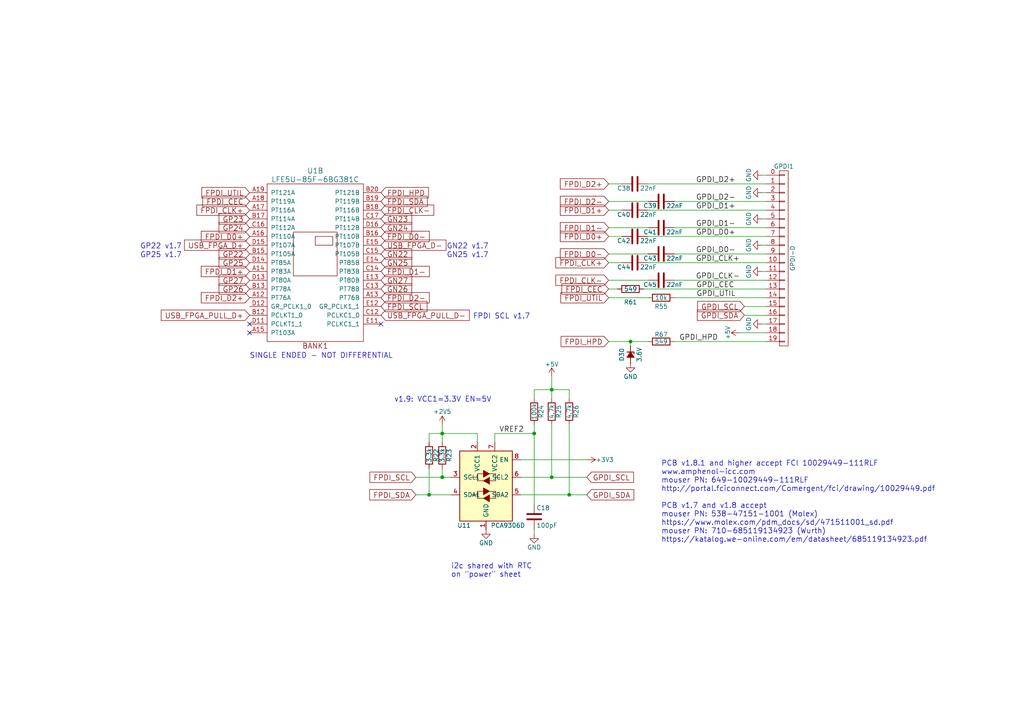
<source format=kicad_sch>
(kicad_sch (version 20211123) (generator eeschema)
  (paper "A4")
  (title_block (title "ULX3S") (date "2023-01-19") (rev "3.1.8") (company "EMARD") (comment 1 "General Purpose Differential Interface") (comment 2 "Digital Video and Ethernet"))
  (junction (at 182.88 99.06))
  (junction (at 154.94 125.73))
  (junction (at 160.02 138.43))
  (junction (at 165.1 143.51))
  (junction (at 160.02 113.03))
  (junction (at 128.27 138.43))
  (junction (at 128.27 125.73))
  (junction (at 124.46 143.51))
  (no_connect (at 110.49 93.98))
  (no_connect (at 72.39 96.52))
  (no_connect (at 72.39 93.98))
  (wire (pts (xy 154.94 123.19) (xy 154.94 125.73)))
  (wire (pts (xy 222.25 53.34) (xy 187.96 53.34)))
  (wire (pts (xy 222.25 81.28) (xy 195.58 81.28)))
  (wire (pts (xy 128.27 138.43) (xy 130.81 138.43)))
  (wire (pts (xy 179.07 83.82) (xy 176.53 83.82)))
  (wire (pts (xy 180.34 60.96) (xy 176.53 60.96)))
  (wire (pts (xy 151.13 138.43) (xy 160.02 138.43)))
  (wire (pts (xy 222.25 91.44) (xy 215.9 91.44)))
  (wire (pts (xy 143.51 125.73) (xy 143.51 128.27)))
  (wire (pts (xy 151.13 143.51) (xy 165.1 143.51)))
  (wire (pts (xy 222.25 88.9) (xy 215.9 88.9)))
  (wire (pts (xy 180.34 53.34) (xy 176.53 53.34)))
  (wire (pts (xy 186.69 83.82) (xy 222.25 83.82)))
  (wire (pts (xy 222.25 68.58) (xy 187.96 68.58)))
  (wire (pts (xy 124.46 135.89) (xy 124.46 143.51)))
  (wire (pts (xy 187.96 73.66) (xy 176.53 73.66)))
  (wire (pts (xy 222.25 71.12) (xy 220.98 71.12)))
  (wire (pts (xy 180.34 68.58) (xy 176.53 68.58)))
  (wire (pts (xy 222.25 58.42) (xy 195.58 58.42)))
  (wire (pts (xy 187.96 86.36) (xy 176.53 86.36)))
  (wire (pts (xy 222.25 55.88) (xy 220.98 55.88)))
  (wire (pts (xy 128.27 138.43) (xy 128.27 135.89)))
  (wire (pts (xy 165.1 143.51) (xy 165.1 123.19)))
  (wire (pts (xy 124.46 143.51) (xy 130.81 143.51)))
  (wire (pts (xy 154.94 115.57) (xy 154.94 113.03)))
  (wire (pts (xy 138.43 125.73) (xy 138.43 128.27)))
  (wire (pts (xy 151.13 133.35) (xy 170.18 133.35)))
  (wire (pts (xy 222.25 60.96) (xy 187.96 60.96)))
  (wire (pts (xy 160.02 109.22) (xy 160.02 113.03)))
  (wire (pts (xy 154.94 113.03) (xy 160.02 113.03)))
  (wire (pts (xy 128.27 123.19) (xy 128.27 125.73)))
  (wire (pts (xy 222.25 96.52) (xy 214.63 96.52)))
  (wire (pts (xy 222.25 73.66) (xy 195.58 73.66)))
  (wire (pts (xy 154.94 125.73) (xy 154.94 146.05)))
  (wire (pts (xy 222.25 93.98) (xy 220.98 93.98)))
  (wire (pts (xy 180.34 76.2) (xy 176.53 76.2)))
  (wire (pts (xy 120.65 138.43) (xy 128.27 138.43)))
  (wire (pts (xy 195.58 99.06) (xy 222.25 99.06)))
  (wire (pts (xy 165.1 113.03) (xy 165.1 115.57)))
  (wire (pts (xy 222.25 66.04) (xy 195.58 66.04)))
  (wire (pts (xy 160.02 113.03) (xy 160.02 115.57)))
  (wire (pts (xy 128.27 125.73) (xy 138.43 125.73)))
  (wire (pts (xy 222.25 63.5) (xy 220.98 63.5)))
  (wire (pts (xy 222.25 76.2) (xy 187.96 76.2)))
  (wire (pts (xy 160.02 113.03) (xy 165.1 113.03)))
  (wire (pts (xy 222.25 78.74) (xy 220.98 78.74)))
  (wire (pts (xy 120.65 143.51) (xy 124.46 143.51)))
  (wire (pts (xy 187.96 81.28) (xy 176.53 81.28)))
  (wire (pts (xy 154.94 153.67) (xy 154.94 154.94)))
  (wire (pts (xy 222.25 50.8) (xy 220.98 50.8)))
  (wire (pts (xy 160.02 138.43) (xy 170.18 138.43)))
  (wire (pts (xy 124.46 125.73) (xy 128.27 125.73)))
  (wire (pts (xy 182.88 99.06) (xy 176.53 99.06)))
  (wire (pts (xy 222.25 86.36) (xy 195.58 86.36)))
  (wire (pts (xy 187.96 66.04) (xy 176.53 66.04)))
  (wire (pts (xy 124.46 128.27) (xy 124.46 125.73)))
  (wire (pts (xy 160.02 138.43) (xy 160.02 123.19)))
  (wire (pts (xy 143.51 125.73) (xy 154.94 125.73)))
  (wire (pts (xy 187.96 99.06) (xy 182.88 99.06)))
  (wire (pts (xy 182.88 99.06) (xy 182.88 100.33)))
  (wire (pts (xy 128.27 125.73) (xy 128.27 128.27)))
  (wire (pts (xy 165.1 143.51) (xy 170.18 143.51)))
  (wire (pts (xy 187.96 58.42) (xy 176.53 58.42)))
  (text "v1.9: VCC1=3.3V EN=5V" (at 114.3 116.84 0) (effects (font (size 1.524 1.524)) (justify left bottom)))
  (text "GN25 v1.7" (at 129.54 74.93 0) (effects (font (size 1.524 1.524)) (justify left bottom)))
  (text "GN22 v1.7" (at 129.54 72.39 0) (effects (font (size 1.524 1.524)) (justify left bottom)))
  (text "FPDI SCL v1.7" (at 137.16 92.71 0) (effects (font (size 1.524 1.524)) (justify left bottom)))
  (text "SINGLE ENDED - NOT DIFFERENTIAL" (at 72.39 104.14 0) (effects (font (size 1.524 1.524)) (justify left bottom)))
  (text "GP22 v1.7" (at 40.64 72.39 0) (effects (font (size 1.524 1.524)) (justify left bottom)))
  (text "i2c shared with RTC\non \"power\" sheet" (at 130.81 167.64 0) (effects (font (size 1.524 1.524)) (justify left bottom)))
  (text "PCB v1.8.1 and higher accept FCI 10029449-111RLF\nwww.amphenol-icc.com\nmouser PN: 649-10029449-111RLF\nhttp://portal.fciconnect.com/Comergent/fci/drawing/10029449.pdf\n\nPCB v1.7 and v1.8 accept\nmouser PN: 538-47151-1001 (Molex)\nhttps://www.molex.com/pdm_docs/sd/471511001_sd.pdf\nmouser PN: 710-685119134923 (Wurth)\nhttps://katalog.we-online.com/em/datasheet/685119134923.pdf" (at 191.77 157.48 0) (effects (font (size 1.524 1.524)) (justify left bottom)))
  (text "GP25 v1.7" (at 40.64 74.93 0) (effects (font (size 1.524 1.524)) (justify left bottom)))
  (label "GPDI_CLK+" (at 214.63 76.2 180) (effects (font (size 1.524 1.524))))
  (label "GPDI_D1-" (at 213.36 66.04 180) (effects (font (size 1.524 1.524))))
  (label "VREF2" (at 144.78 125.73 0) (effects (font (size 1.524 1.524))))
  (label "GPDI_CLK-" (at 214.63 81.28 180) (effects (font (size 1.524 1.524))))
  (label "GPDI_UTIL" (at 213.36 86.36 180) (effects (font (size 1.524 1.524))))
  (label "GPDI_D0-" (at 213.36 73.66 180) (effects (font (size 1.524 1.524))))
  (label "GPDI_D2-" (at 213.36 58.42 180) (effects (font (size 1.524 1.524))))
  (label "GPDI_CEC" (at 201.93 83.82 0) (effects (font (size 1.524 1.524))))
  (label "GPDI_D0+" (at 213.36 68.58 180) (effects (font (size 1.524 1.524))))
  (label "GPDI_D2+" (at 213.36 53.34 180) (effects (font (size 1.524 1.524))))
  (label "GPDI_D1+" (at 213.36 60.96 180) (effects (font (size 1.524 1.524))))
  (label "GPDI_HPD" (at 208.28 99.06 180) (effects (font (size 1.524 1.524))))
  (global_label "GN27" (shape input) (at 110.49 81.28 0) (effects (font (size 1.524 1.524))) (property "Intersheet References" "${INTERSHEET_REFS}" (effects hide)))
  (global_label "GPDI_SDA" (shape input) (at 170.18 143.51 0) (effects (font (size 1.524 1.524))) (property "Intersheet References" "${INTERSHEET_REFS}" (effects hide)))
  (global_label "FPDI_D2-" (shape input) (at 176.53 58.42 180) (effects (font (size 1.524 1.524))) (property "Intersheet References" "${INTERSHEET_REFS}" (effects hide)))
  (global_label "FPDI_UTIL" (shape input) (at 176.53 86.36 180) (effects (font (size 1.524 1.524))) (property "Intersheet References" "${INTERSHEET_REFS}" (effects hide)))
  (global_label "FPDI_D2+" (shape input) (at 72.39 86.36 180) (effects (font (size 1.524 1.524))) (property "Intersheet References" "${INTERSHEET_REFS}" (effects hide)))
  (global_label "GN26" (shape input) (at 110.49 83.82 0) (effects (font (size 1.524 1.524))) (property "Intersheet References" "${INTERSHEET_REFS}" (effects hide)))
  (global_label "FPDI_D0-" (shape input) (at 176.53 73.66 180) (effects (font (size 1.524 1.524))) (property "Intersheet References" "${INTERSHEET_REFS}" (effects hide)))
  (global_label "GN22" (shape input) (at 110.49 73.66 0) (effects (font (size 1.524 1.524))) (property "Intersheet References" "${INTERSHEET_REFS}" (effects hide)))
  (global_label "GP26" (shape input) (at 72.39 83.82 180) (effects (font (size 1.524 1.524))) (property "Intersheet References" "${INTERSHEET_REFS}" (effects hide)))
  (global_label "USB_FPGA_PULL_D+" (shape input) (at 72.39 91.44 180) (effects (font (size 1.524 1.524))) (property "Intersheet References" "${INTERSHEET_REFS}" (effects hide)))
  (global_label "FPDI_D2+" (shape input) (at 176.53 53.34 180) (effects (font (size 1.524 1.524))) (property "Intersheet References" "${INTERSHEET_REFS}" (effects hide)))
  (global_label "FPDI_D1-" (shape input) (at 110.49 78.74 0) (effects (font (size 1.524 1.524))) (property "Intersheet References" "${INTERSHEET_REFS}" (effects hide)))
  (global_label "GN25" (shape input) (at 110.49 76.2 0) (effects (font (size 1.524 1.524))) (property "Intersheet References" "${INTERSHEET_REFS}" (effects hide)))
  (global_label "USB_FPGA_D+" (shape input) (at 72.39 71.12 180) (effects (font (size 1.524 1.524))) (property "Intersheet References" "${INTERSHEET_REFS}" (effects hide)))
  (global_label "FPDI_SCL" (shape input) (at 110.49 88.9 0) (effects (font (size 1.524 1.524))) (property "Intersheet References" "${INTERSHEET_REFS}" (effects hide)))
  (global_label "FPDI_SDA" (shape input) (at 110.49 58.42 0) (effects (font (size 1.524 1.524))) (property "Intersheet References" "${INTERSHEET_REFS}" (effects hide)))
  (global_label "FPDI_HPD" (shape input) (at 176.53 99.06 180) (effects (font (size 1.524 1.524))) (property "Intersheet References" "${INTERSHEET_REFS}" (effects hide)))
  (global_label "FPDI_D1+" (shape input) (at 72.39 78.74 180) (effects (font (size 1.524 1.524))) (property "Intersheet References" "${INTERSHEET_REFS}" (effects hide)))
  (global_label "FPDI_D2-" (shape input) (at 110.49 86.36 0) (effects (font (size 1.524 1.524))) (property "Intersheet References" "${INTERSHEET_REFS}" (effects hide)))
  (global_label "GP24" (shape input) (at 72.39 66.04 180) (effects (font (size 1.524 1.524))) (property "Intersheet References" "${INTERSHEET_REFS}" (effects hide)))
  (global_label "FPDI_HPD" (shape input) (at 110.49 55.88 0) (effects (font (size 1.524 1.524))) (property "Intersheet References" "${INTERSHEET_REFS}" (effects hide)))
  (global_label "FPDI_D1-" (shape input) (at 176.53 66.04 180) (effects (font (size 1.524 1.524))) (property "Intersheet References" "${INTERSHEET_REFS}" (effects hide)))
  (global_label "FPDI_SDA" (shape input) (at 120.65 143.51 180) (effects (font (size 1.524 1.524))) (property "Intersheet References" "${INTERSHEET_REFS}" (effects hide)))
  (global_label "GPDI_SCL" (shape input) (at 170.18 138.43 0) (effects (font (size 1.524 1.524))) (property "Intersheet References" "${INTERSHEET_REFS}" (effects hide)))
  (global_label "GPDI_SCL" (shape input) (at 215.9 88.9 180) (effects (font (size 1.524 1.524))) (property "Intersheet References" "${INTERSHEET_REFS}" (effects hide)))
  (global_label "GN23" (shape input) (at 110.49 63.5 0) (effects (font (size 1.524 1.524))) (property "Intersheet References" "${INTERSHEET_REFS}" (effects hide)))
  (global_label "FPDI_D0-" (shape input) (at 110.49 68.58 0) (effects (font (size 1.524 1.524))) (property "Intersheet References" "${INTERSHEET_REFS}" (effects hide)))
  (global_label "GP25" (shape input) (at 72.39 76.2 180) (effects (font (size 1.524 1.524))) (property "Intersheet References" "${INTERSHEET_REFS}" (effects hide)))
  (global_label "FPDI_CLK+" (shape input) (at 176.53 76.2 180) (effects (font (size 1.524 1.524))) (property "Intersheet References" "${INTERSHEET_REFS}" (effects hide)))
  (global_label "FPDI_D1+" (shape input) (at 176.53 60.96 180) (effects (font (size 1.524 1.524))) (property "Intersheet References" "${INTERSHEET_REFS}" (effects hide)))
  (global_label "GP22" (shape input) (at 72.39 73.66 180) (effects (font (size 1.524 1.524))) (property "Intersheet References" "${INTERSHEET_REFS}" (effects hide)))
  (global_label "USB_FPGA_D-" (shape input) (at 110.49 71.12 0) (effects (font (size 1.524 1.524))) (property "Intersheet References" "${INTERSHEET_REFS}" (effects hide)))
  (global_label "FPDI_CLK-" (shape input) (at 176.53 81.28 180) (effects (font (size 1.524 1.524))) (property "Intersheet References" "${INTERSHEET_REFS}" (effects hide)))
  (global_label "GP23" (shape input) (at 72.39 63.5 180) (effects (font (size 1.524 1.524))) (property "Intersheet References" "${INTERSHEET_REFS}" (effects hide)))
  (global_label "GPDI_SDA" (shape input) (at 215.9 91.44 180) (effects (font (size 1.524 1.524))) (property "Intersheet References" "${INTERSHEET_REFS}" (effects hide)))
  (global_label "GN24" (shape input) (at 110.49 66.04 0) (effects (font (size 1.524 1.524))) (property "Intersheet References" "${INTERSHEET_REFS}" (effects hide)))
  (global_label "FPDI_UTIL" (shape input) (at 72.39 55.88 180) (effects (font (size 1.524 1.524))) (property "Intersheet References" "${INTERSHEET_REFS}" (effects hide)))
  (global_label "FPDI_CLK-" (shape input) (at 110.49 60.96 0) (effects (font (size 1.524 1.524))) (property "Intersheet References" "${INTERSHEET_REFS}" (effects hide)))
  (global_label "FPDI_CEC" (shape input) (at 72.39 58.42 180) (effects (font (size 1.524 1.524))) (property "Intersheet References" "${INTERSHEET_REFS}" (effects hide)))
  (global_label "USB_FPGA_PULL_D-" (shape input) (at 110.49 91.44 0) (effects (font (size 1.524 1.524))) (property "Intersheet References" "${INTERSHEET_REFS}" (effects hide)))
  (global_label "FPDI_D0+" (shape input) (at 176.53 68.58 180) (effects (font (size 1.524 1.524))) (property "Intersheet References" "${INTERSHEET_REFS}" (effects hide)))
  (global_label "FPDI_D0+" (shape input) (at 72.39 68.58 180) (effects (font (size 1.524 1.524))) (property "Intersheet References" "${INTERSHEET_REFS}" (effects hide)))
  (global_label "FPDI_SCL" (shape input) (at 120.65 138.43 180) (effects (font (size 1.524 1.524))) (property "Intersheet References" "${INTERSHEET_REFS}" (effects hide)))
  (global_label "FPDI_CLK+" (shape input) (at 72.39 60.96 180) (effects (font (size 1.524 1.524))) (property "Intersheet References" "${INTERSHEET_REFS}" (effects hide)))
  (global_label "FPDI_CEC" (shape input) (at 176.53 83.82 180) (effects (font (size 1.524 1.524))) (property "Intersheet References" "${INTERSHEET_REFS}" (effects hide)))
  (global_label "GP27" (shape input) (at 72.39 81.28 180) (effects (font (size 1.524 1.524))) (property "Intersheet References" "${INTERSHEET_REFS}" (effects hide)))
  (symbol (lib_id "hdmi-d:HDMI-D") (at 227.33 74.93 0) (unit 1)
    (property "Reference" "GPDI1" (at 227.33 48.26 0))
    (property "Value" "GPDI-D" (at 229.87 74.93 90))
    (property "Footprint" "conn-fci:CONN-10029449-111RLF" (effects hide))
    (property "Datasheet" "http://portal.fciconnect.com/Comergent/fci/drawing/10029449.pdf" (effects hide))
    (property "MNF1_URL" "www.amphenol-icc.com" (effects hide))
    (property "MPN" "10029449-111RLF" (effects hide))
    (property "Datasheet2" "https://hr.mouser.com/datasheet/2/418/NG_CD_1903015_S-662666.pdf" (effects hide))
    (property "MNF2_URL" "www.te.com" (effects hide))
    (property "MPN2" "5-1903015-5" (effects hide))
    (property "Mouser" "649-10029449-111RLF" (effects hide))
    (property "price100_Mouser" "0.439€" (effects hide))
    (property "Digikey" "609-4614-1-ND" (effects hide))
    (property "Digike_y2" "A136174CT-ND" (effects hide))
    (property "LCSC" "C427307" (effects hide))
    (property "Onlinecomponents" "10029449-111RLF" (effects hide))
    (property "price100_Onlinecomponents" "0.364$" (effects hide))
    (property "Koncar" "FX001" (effects hide))
    (property "Newark" "76T8273" (effects hide))
    (property "Side" "T" (effects hide))
  )
  (symbol (lib_id "power:GND") (at 220.98 50.8 270) (mirror x) (unit 1)
    (property "Reference" "#PWR096" (effects hide))
    (property "Value" "GND" (at 217.17 50.8 0))
  )
  (symbol (lib_id "power:GND") (at 220.98 93.98 270) (mirror x) (unit 1)
    (property "Reference" "#PWR0101" (effects hide))
    (property "Value" "GND" (at 217.17 93.98 0))
  )
  (symbol (lib_id "power:GND") (at 220.98 78.74 270) (mirror x) (unit 1)
    (property "Reference" "#PWR0100" (effects hide))
    (property "Value" "GND" (at 217.17 78.74 0))
  )
  (symbol (lib_id "power:GND") (at 220.98 71.12 270) (mirror x) (unit 1)
    (property "Reference" "#PWR099" (effects hide))
    (property "Value" "GND" (at 217.17 71.12 0))
  )
  (symbol (lib_id "power:GND") (at 220.98 63.5 270) (mirror x) (unit 1)
    (property "Reference" "#PWR098" (effects hide))
    (property "Value" "GND" (at 217.17 63.5 0))
  )
  (symbol (lib_id "power:GND") (at 220.98 55.88 270) (mirror x) (unit 1)
    (property "Reference" "#PWR097" (effects hide))
    (property "Value" "GND" (at 217.17 55.88 0))
  )
  (symbol (lib_id "power:+5V") (at 214.63 96.52 90) (mirror x) (unit 1)
    (property "Reference" "#PWR095" (effects hide))
    (property "Value" "+5V" (at 211.074 96.52 0))
  )
  (symbol (lib_id "Device:R") (at 154.94 119.38 0) (unit 1)
    (property "Reference" "R24" (at 156.972 119.38 90))
    (property "Value" "100k" (at 154.94 119.38 90))
    (property "Footprint" "Resistor_SMD:R_0603_1608Metric" (effects hide))
    (property "MNF1_URL" "www.yageo.com" (effects hide))
    (property "MPN" "AC0603FR-10100KL" (effects hide))
    (property "Mouser" "71-RCA0603100KJNEC" (effects hide))
    (property "Mouse_r2" "71-CRCW0603100KFKEAC" (effects hide))
    (property "Digikey" "311-100KHRCT-ND" (effects hide))
    (property "Digike_y2" "P100KHCT-ND" (effects hide))
    (property "Newark" "08AH9140" (effects hide))
    (property "LCSC" "C73806" (effects hide))
    (property "Koncar" "FR003" (effects hide))
  )
  (symbol (lib_id "Device:R") (at 160.02 119.38 0) (unit 1)
    (property "Reference" "R25" (at 162.052 119.38 90))
    (property "Value" "4.7k" (at 160.02 119.38 90))
    (property "Footprint" "Resistor_SMD:R_0603_1608Metric" (effects hide))
  )
  (symbol (lib_id "Device:R") (at 165.1 119.38 0) (unit 1)
    (property "Reference" "R26" (at 167.132 119.38 90))
    (property "Value" "4.7k" (at 165.1 119.38 90))
    (property "Footprint" "Resistor_SMD:R_0603_1608Metric" (effects hide))
  )
  (symbol (lib_id "power:+5V") (at 160.02 109.22 0) (unit 1)
    (property "Reference" "#PWR094" (effects hide))
    (property "Value" "+5V" (at 160.02 105.664 0))
  )
  (symbol (lib_id "Device:C") (at 154.94 149.86 0) (unit 1)
    (property "Reference" "C18" (at 155.575 147.32 0) (effects (justify left)))
    (property "Value" "100pF" (at 155.575 152.4 0) (effects (justify left)))
    (property "Footprint" "Capacitor_SMD:C_0603_1608Metric" (effects hide))
  )
  (symbol (lib_id "power:GND") (at 154.94 154.94 0) (unit 1)
    (property "Reference" "#PWR093" (effects hide))
    (property "Value" "GND" (at 154.94 158.75 0))
  )
  (symbol (lib_id "power:GND") (at 140.97 153.67 0) (unit 1)
    (property "Reference" "#PWR092" (effects hide))
    (property "Value" "GND" (at 140.97 157.48 0))
  )
  (symbol (lib_id "Device:R") (at 128.27 132.08 0) (unit 1)
    (property "Reference" "R23" (at 130.302 132.08 90))
    (property "Value" "3.3k" (at 128.27 132.08 90))
    (property "Footprint" "Resistor_SMD:R_0603_1608Metric" (effects hide))
  )
  (symbol (lib_id "Device:R") (at 124.46 132.08 0) (unit 1)
    (property "Reference" "R22" (at 126.492 132.08 90))
    (property "Value" "3.3k" (at 124.46 132.08 90))
    (property "Footprint" "Resistor_SMD:R_0603_1608Metric" (effects hide))
  )
  (symbol (lib_id "Device:R") (at 182.88 83.82 270) (unit 1)
    (property "Reference" "R61" (at 182.88 87.63 90))
    (property "Value" "549" (at 182.88 83.82 90))
    (property "Footprint" "Resistor_SMD:R_0603_1608Metric" (effects hide))
  )
  (symbol (lib_id "lfe5bg381:LFE5UM-85F-6BG381C") (at 91.44 73.66 0) (unit 2)
    (property "Reference" "U1" (at 91.44 49.53 0) (effects (font (size 1.524 1.524))))
    (property "Value" "LFE5U-85F-6BG381C" (at 91.44 52.07 0) (effects (font (size 1.524 1.524))))
    (property "Footprint" "lfe5bg381:BGA-381_pitch0.8mm_dia0.4mm" (effects hide))
    (property "Datasheet" "http://www.latticesemi.com/~/media/LatticeSemi/Documents/DataSheets/ECP5/FPGA-DS-02012.pdf" (effects hide))
    (property "MPN" "LFE5U-85F-6BG381C" (effects hide))
    (property "Mouser_URL" "www.mouser.com" (effects hide))
  )
  (symbol (lib_id "Device:C") (at 184.15 76.2 90) (mirror x) (unit 1)
    (property "Reference" "C44" (at 182.88 77.47 90) (effects (justify left)))
    (property "Value" "22nF" (at 190.5 77.47 90) (effects (justify left)))
    (property "Footprint" "Capacitor_SMD:C_0603_1608Metric" (effects hide))
  )
  (symbol (lib_id "Device:C") (at 191.77 81.28 90) (mirror x) (unit 1)
    (property "Reference" "C45" (at 190.5 82.55 90) (effects (justify left)))
    (property "Value" "22nF" (at 198.12 82.55 90) (effects (justify left)))
    (property "Footprint" "Capacitor_SMD:C_0603_1608Metric" (effects hide))
  )
  (symbol (lib_id "Device:C") (at 191.77 73.66 90) (mirror x) (unit 1)
    (property "Reference" "C43" (at 190.5 74.93 90) (effects (justify left)))
    (property "Value" "22nF" (at 198.12 74.93 90) (effects (justify left)))
    (property "Footprint" "Capacitor_SMD:C_0603_1608Metric" (effects hide))
  )
  (symbol (lib_id "Device:C") (at 184.15 68.58 90) (mirror x) (unit 1)
    (property "Reference" "C42" (at 182.88 69.85 90) (effects (justify left)))
    (property "Value" "22nF" (at 190.5 69.85 90) (effects (justify left)))
    (property "Footprint" "Capacitor_SMD:C_0603_1608Metric" (effects hide))
  )
  (symbol (lib_id "Device:C") (at 191.77 66.04 90) (mirror x) (unit 1)
    (property "Reference" "C41" (at 190.5 67.31 90) (effects (justify left)))
    (property "Value" "22nF" (at 198.12 67.31 90) (effects (justify left)))
    (property "Footprint" "Capacitor_SMD:C_0603_1608Metric" (effects hide))
  )
  (symbol (lib_id "Device:C") (at 184.15 60.96 90) (mirror x) (unit 1)
    (property "Reference" "C40" (at 182.88 62.23 90) (effects (justify left)))
    (property "Value" "22nF" (at 190.5 62.23 90) (effects (justify left)))
    (property "Footprint" "Capacitor_SMD:C_0603_1608Metric" (effects hide))
  )
  (symbol (lib_id "Device:C") (at 184.15 53.34 90) (mirror x) (unit 1)
    (property "Reference" "C38" (at 182.88 54.61 90) (effects (justify left)))
    (property "Value" "22nF" (at 190.5 54.61 90) (effects (justify left)))
    (property "Footprint" "Capacitor_SMD:C_0603_1608Metric" (effects hide))
  )
  (symbol (lib_id "Device:C") (at 191.77 58.42 90) (mirror x) (unit 1)
    (property "Reference" "C39" (at 190.5 59.69 90) (effects (justify left)))
    (property "Value" "22nF" (at 198.12 59.69 90) (effects (justify left)))
    (property "Footprint" "Capacitor_SMD:C_0603_1608Metric" (effects hide))
  )
  (symbol (lib_id "pca9306d:PCA9306D") (at 140.97 140.97 0) (unit 1)
    (property "Reference" "U11" (at 134.62 152.4 0))
    (property "Value" "PCA9306D" (at 147.32 152.4 0))
    (property "Footprint" "SM8:SM8" (effects hide))
    (property "Datasheet" "https://www.nxp.com/docs/en/data-sheet/PCA9306.pdf" (effects hide))
    (property "MNF1_URL" "www.nxp.com" (effects hide))
    (property "MPN" "PCA9306D" (effects hide))
    (property "Mouser" "771-PCA9306D-T" (effects hide))
    (property "Digikey" "568-4215-1-ND" (effects hide))
    (property "Newark" "70R6428" (effects hide))
    (property "price100_Newark" "0.212$" (effects hide))
    (property "LowCost" "Leave empty" (effects hide))
    (property "Koncar" "FU008" (effects hide))
  )
  (symbol (lib_id "power:+2V5") (at 128.27 123.19 0) (unit 1)
    (property "Reference" "#PWR0172" (effects hide))
    (property "Value" "+2V5" (at 128.27 119.38 0))
  )
  (symbol (lib_id "power:+3V3") (at 170.18 133.35 270) (unit 1)
    (property "Reference" "#PWR0173" (effects hide))
    (property "Value" "+3V3" (at 172.72 133.35 90) (effects (justify left)))
  )
  (symbol (lib_id "power:GND") (at 182.88 105.41 0) (unit 1)
    (property "Reference" "#PWR0178" (effects hide))
    (property "Value" "GND" (at 182.88 109.22 0))
  )
  (symbol (lib_id "ulx3s-rescue:D_Zener_Small_ALT-Device") (at 182.88 102.87 270) (unit 1)
    (property "Reference" "D30" (at 180.34 102.87 0))
    (property "Value" "3.6V" (at 185.42 102.87 0))
    (property "Footprint" "Diode_SMD:D_SOD-323_HandSoldering" (effects hide))
    (property "Datasheet" "http://www.taiwansemi.com/products/datasheet/BZT52C2V4S%20SERIES_H1709.pdf" (effects hide))
  )
  (symbol (lib_id "Device:R") (at 191.77 99.06 90) (unit 1)
    (property "Reference" "R67" (at 191.77 97.028 90))
    (property "Value" "549" (at 191.77 99.06 90))
    (property "Footprint" "Resistor_SMD:R_0603_1608Metric" (effects hide))
  )
  (symbol (lib_id "Device:R") (at 191.77 86.36 90) (unit 1)
    (property "Reference" "R55" (at 191.77 88.9 90))
    (property "Value" "10k" (at 191.77 86.36 90))
    (property "Footprint" "Resistor_SMD:R_0603_1608Metric" (effects hide))
    (property "Note" "Leave empty" (effects hide))
  )
)
</source>
